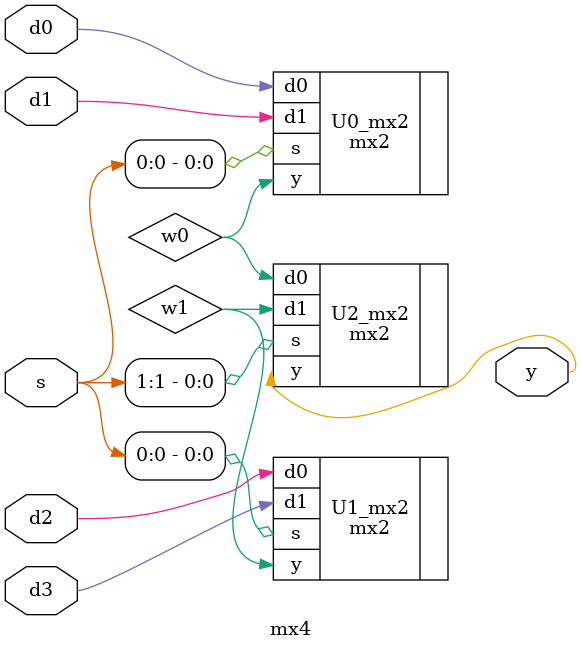
<source format=v>
module mx4(y,d0,d1,d2,d3,s);	// 1 bit 4-to-1 Multiplexer
input d0,d1,d2,d3;
input [1:0] s;			// selection signal
output y;
wire w0,w1;

mx2 U0_mx2(.d0(d0),.d1(d1),.s(s[0]),.y(w0));	// instance mx2
mx2 U1_mx2(.d0(d2),.d1(d3),.s(s[0]),.y(w1));
mx2 U2_mx2(.d0(w0),.d1(w1),.s(s[1]),.y(y));

endmodule

</source>
